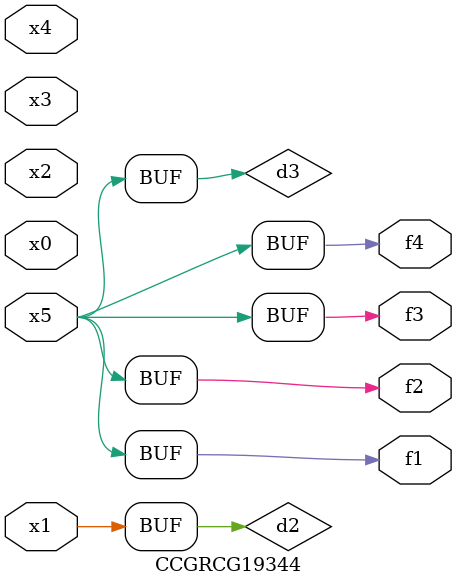
<source format=v>
module CCGRCG19344(
	input x0, x1, x2, x3, x4, x5,
	output f1, f2, f3, f4
);

	wire d1, d2, d3;

	not (d1, x5);
	or (d2, x1);
	xnor (d3, d1);
	assign f1 = d3;
	assign f2 = d3;
	assign f3 = d3;
	assign f4 = d3;
endmodule

</source>
